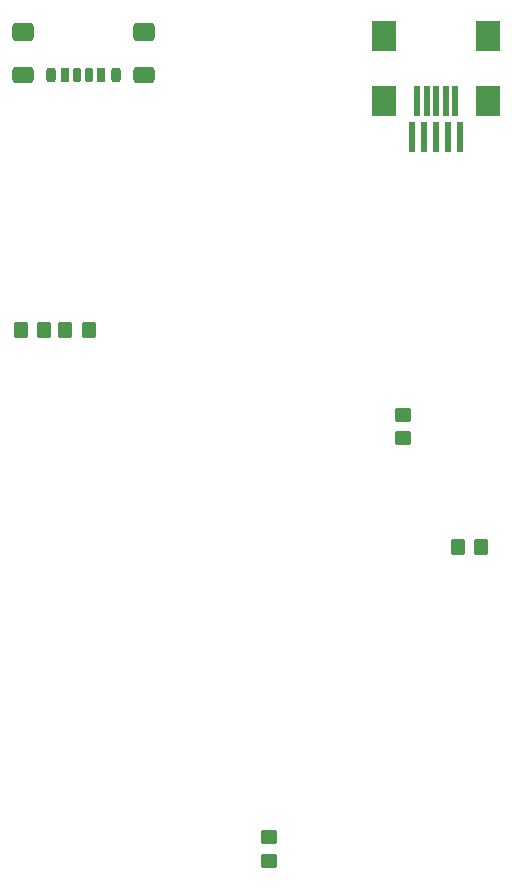
<source format=gbr>
%TF.GenerationSoftware,KiCad,Pcbnew,8.0.2*%
%TF.CreationDate,2024-07-21T18:01:21+02:00*%
%TF.ProjectId,CzlapCzlapTOP,437a6c61-7043-47a6-9c61-70544f502e6b,rev?*%
%TF.SameCoordinates,Original*%
%TF.FileFunction,Paste,Top*%
%TF.FilePolarity,Positive*%
%FSLAX46Y46*%
G04 Gerber Fmt 4.6, Leading zero omitted, Abs format (unit mm)*
G04 Created by KiCad (PCBNEW 8.0.2) date 2024-07-21 18:01:21*
%MOMM*%
%LPD*%
G01*
G04 APERTURE LIST*
G04 Aperture macros list*
%AMRoundRect*
0 Rectangle with rounded corners*
0 $1 Rounding radius*
0 $2 $3 $4 $5 $6 $7 $8 $9 X,Y pos of 4 corners*
0 Add a 4 corners polygon primitive as box body*
4,1,4,$2,$3,$4,$5,$6,$7,$8,$9,$2,$3,0*
0 Add four circle primitives for the rounded corners*
1,1,$1+$1,$2,$3*
1,1,$1+$1,$4,$5*
1,1,$1+$1,$6,$7*
1,1,$1+$1,$8,$9*
0 Add four rect primitives between the rounded corners*
20,1,$1+$1,$2,$3,$4,$5,0*
20,1,$1+$1,$4,$5,$6,$7,0*
20,1,$1+$1,$6,$7,$8,$9,0*
20,1,$1+$1,$8,$9,$2,$3,0*%
G04 Aperture macros list end*
%ADD10RoundRect,0.250000X0.450000X-0.350000X0.450000X0.350000X-0.450000X0.350000X-0.450000X-0.350000X0*%
%ADD11RoundRect,0.175000X0.175000X0.425000X-0.175000X0.425000X-0.175000X-0.425000X0.175000X-0.425000X0*%
%ADD12RoundRect,0.190000X-0.190000X-0.410000X0.190000X-0.410000X0.190000X0.410000X-0.190000X0.410000X0*%
%ADD13RoundRect,0.200000X-0.200000X-0.400000X0.200000X-0.400000X0.200000X0.400000X-0.200000X0.400000X0*%
%ADD14RoundRect,0.175000X-0.175000X-0.425000X0.175000X-0.425000X0.175000X0.425000X-0.175000X0.425000X0*%
%ADD15RoundRect,0.190000X0.190000X0.410000X-0.190000X0.410000X-0.190000X-0.410000X0.190000X-0.410000X0*%
%ADD16RoundRect,0.200000X0.200000X0.400000X-0.200000X0.400000X-0.200000X-0.400000X0.200000X-0.400000X0*%
%ADD17RoundRect,0.250000X0.650000X0.425000X-0.650000X0.425000X-0.650000X-0.425000X0.650000X-0.425000X0*%
%ADD18RoundRect,0.250000X0.650000X0.500000X-0.650000X0.500000X-0.650000X-0.500000X0.650000X-0.500000X0*%
%ADD19RoundRect,0.250000X0.350000X0.450000X-0.350000X0.450000X-0.350000X-0.450000X0.350000X-0.450000X0*%
%ADD20RoundRect,0.250000X-0.350000X-0.450000X0.350000X-0.450000X0.350000X0.450000X-0.350000X0.450000X0*%
%ADD21R,0.500000X2.500000*%
%ADD22R,2.000000X2.500000*%
G04 APERTURE END LIST*
D10*
%TO.C,R5*%
X117195600Y-89747600D03*
X117195600Y-87747600D03*
%TD*%
D11*
%TO.C,J4*%
X101941800Y-23243800D03*
D12*
X99921800Y-23243800D03*
D13*
X98691800Y-23243800D03*
D14*
X100941800Y-23243800D03*
D15*
X102961800Y-23243800D03*
D16*
X104191800Y-23243800D03*
D17*
X106566800Y-23188800D03*
D18*
X106566800Y-19608800D03*
D17*
X96316800Y-23188800D03*
D18*
X96316800Y-19608800D03*
%TD*%
D19*
%TO.C,R2*%
X98129600Y-44780200D03*
X96129600Y-44780200D03*
%TD*%
%TO.C,R3*%
X135128000Y-63169800D03*
X133128000Y-63169800D03*
%TD*%
D20*
%TO.C,R1*%
X99888800Y-44780200D03*
X101888800Y-44780200D03*
%TD*%
D21*
%TO.C,J2*%
X129273200Y-28471400D03*
X130289200Y-28473400D03*
X131305200Y-28471400D03*
X132321200Y-28473400D03*
X133337200Y-28471400D03*
%TD*%
D10*
%TO.C,R4*%
X128473200Y-53984400D03*
X128473200Y-51984400D03*
%TD*%
D21*
%TO.C,J1*%
X132918000Y-25418200D03*
X132118000Y-25418200D03*
X131318000Y-25418200D03*
X130518000Y-25418200D03*
X129718000Y-25418200D03*
D22*
X135718000Y-25418200D03*
X135718000Y-19918200D03*
X126918000Y-25418200D03*
X126918000Y-19918200D03*
%TD*%
M02*

</source>
